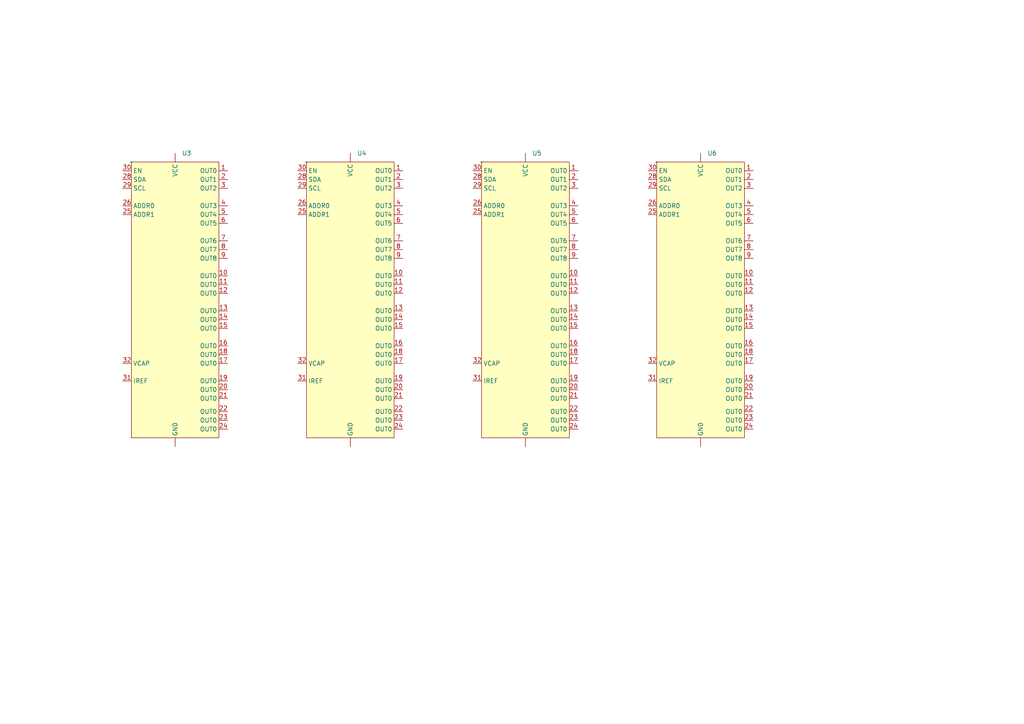
<source format=kicad_sch>
(kicad_sch (version 20230121) (generator eeschema)
  (paper "A4")
  (lib_symbols
    (symbol "Devices:LP2024"
      (property "Reference" "U" (at 1.27 3.81 0))
      (symbol "LP2024_1_1"
        (rectangle (start 0 0) (end 25.4 -80.01) (fill (type background)))
        (pin power_in line (at 12.7 -82.55 90) (length 2.54) (name "GND") (number ""))
        (pin power_in line (at 12.7 2.54 270) (length 2.54) (name "VCC") (number ""))
        (pin output line (at 27.94 -2.54 180) (length 2.54) (name "OUT0") (number "1"))
        (pin output line (at 27.94 -33.02 180) (length 2.54) (name "OUT0") (number "10"))
        (pin output line (at 27.94 -35.56 180) (length 2.54) (name "OUT0") (number "11"))
        (pin output line (at 27.94 -38.1 180) (length 2.54) (name "OUT0") (number "12"))
        (pin output line (at 27.94 -43.18 180) (length 2.54) (name "OUT0") (number "13"))
        (pin output line (at 27.94 -45.72 180) (length 2.54) (name "OUT0") (number "14"))
        (pin output line (at 27.94 -48.26 180) (length 2.54) (name "OUT0") (number "15"))
        (pin output line (at 27.94 -53.34 180) (length 2.54) (name "OUT0") (number "16"))
        (pin output line (at 27.94 -58.42 180) (length 2.54) (name "OUT0") (number "17"))
        (pin output line (at 27.94 -55.88 180) (length 2.54) (name "OUT0") (number "18"))
        (pin output line (at 27.94 -63.5 180) (length 2.54) (name "OUT0") (number "19"))
        (pin output line (at 27.94 -5.08 180) (length 2.54) (name "OUT1") (number "2"))
        (pin output line (at 27.94 -66.04 180) (length 2.54) (name "OUT0") (number "20"))
        (pin output line (at 27.94 -68.58 180) (length 2.54) (name "OUT0") (number "21"))
        (pin output line (at 27.94 -72.39 180) (length 2.54) (name "OUT0") (number "22"))
        (pin output line (at 27.94 -74.93 180) (length 2.54) (name "OUT0") (number "23"))
        (pin output line (at 27.94 -77.47 180) (length 2.54) (name "OUT0") (number "24"))
        (pin input line (at -2.54 -15.24 0) (length 2.54) (name "ADDR1") (number "25"))
        (pin input line (at -2.54 -12.7 0) (length 2.54) (name "ADDR0") (number "26"))
        (pin input line (at -2.54 -5.08 0) (length 2.54) (name "SDA") (number "28"))
        (pin input line (at -2.54 -7.62 0) (length 2.54) (name "SCL") (number "29"))
        (pin output line (at 27.94 -7.62 180) (length 2.54) (name "OUT2") (number "3"))
        (pin input line (at -2.54 -2.54 0) (length 2.54) (name "EN") (number "30"))
        (pin input line (at -2.54 -63.5 0) (length 2.54) (name "IREF") (number "31"))
        (pin input line (at -2.54 -58.42 0) (length 2.54) (name "VCAP") (number "32"))
        (pin output line (at 27.94 -12.7 180) (length 2.54) (name "OUT3") (number "4"))
        (pin output line (at 27.94 -15.24 180) (length 2.54) (name "OUT4") (number "5"))
        (pin output line (at 27.94 -17.78 180) (length 2.54) (name "OUT5") (number "6"))
        (pin output line (at 27.94 -22.86 180) (length 2.54) (name "OUT6") (number "7"))
        (pin output line (at 27.94 -25.4 180) (length 2.54) (name "OUT7") (number "8"))
        (pin output line (at 27.94 -27.94 180) (length 2.54) (name "OUT8") (number "9"))
      )
    )
  )
  (symbol (lib_id "Devices:LP2024") (at 139.7 46.99 0) (unit 1)
    (property "Reference" "U5" (at 154.3559 44.45 0) (effects (justify left)))
    (property "Value" "~" (at 139.7 46.99 0))
  )
  (symbol (lib_id "Devices:LP2024") (at 190.5 46.99 0) (unit 1)
    (property "Reference" "U6" (at 205.1559 44.45 0) (effects (justify left)))
    (property "Value" "~" (at 190.5 46.99 0))
  )
  (symbol (lib_id "Devices:LP2024") (at 88.9 46.99 0) (unit 1)
    (property "Reference" "U4" (at 103.5559 44.45 0) (effects (justify left)))
    (property "Value" "~" (at 88.9 46.99 0))
  )
  (symbol (lib_id "Devices:LP2024") (at 38.1 46.99 0) (unit 1)
    (property "Reference" "U3" (at 52.7559 44.45 0) (effects (justify left)))
    (property "Value" "~" (at 38.1 46.99 0))
  )
)
</source>
